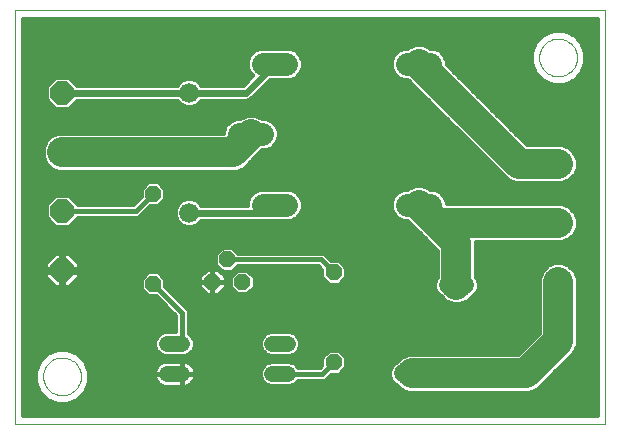
<source format=gtl>
G75*
G70*
%OFA0B0*%
%FSLAX24Y24*%
%IPPOS*%
%LPD*%
%AMOC8*
5,1,8,0,0,1.08239X$1,22.5*
%
%ADD10C,0.0000*%
%ADD11C,0.0780*%
%ADD12C,0.0660*%
%ADD13C,0.0594*%
%ADD14OC8,0.0768*%
%ADD15C,0.0520*%
%ADD16OC8,0.0520*%
%ADD17C,0.1000*%
%ADD18C,0.0240*%
%ADD19C,0.0160*%
D10*
X000180Y000180D02*
X000180Y013960D01*
X019865Y013960D01*
X019865Y000180D01*
X000180Y000180D01*
X001125Y001755D02*
X001127Y001805D01*
X001133Y001855D01*
X001143Y001904D01*
X001157Y001952D01*
X001174Y001999D01*
X001195Y002044D01*
X001220Y002088D01*
X001248Y002129D01*
X001280Y002168D01*
X001314Y002205D01*
X001351Y002239D01*
X001391Y002269D01*
X001433Y002296D01*
X001477Y002320D01*
X001523Y002341D01*
X001570Y002357D01*
X001618Y002370D01*
X001668Y002379D01*
X001717Y002384D01*
X001768Y002385D01*
X001818Y002382D01*
X001867Y002375D01*
X001916Y002364D01*
X001964Y002349D01*
X002010Y002331D01*
X002055Y002309D01*
X002098Y002283D01*
X002139Y002254D01*
X002178Y002222D01*
X002214Y002187D01*
X002246Y002149D01*
X002276Y002109D01*
X002303Y002066D01*
X002326Y002022D01*
X002345Y001976D01*
X002361Y001928D01*
X002373Y001879D01*
X002381Y001830D01*
X002385Y001780D01*
X002385Y001730D01*
X002381Y001680D01*
X002373Y001631D01*
X002361Y001582D01*
X002345Y001534D01*
X002326Y001488D01*
X002303Y001444D01*
X002276Y001401D01*
X002246Y001361D01*
X002214Y001323D01*
X002178Y001288D01*
X002139Y001256D01*
X002098Y001227D01*
X002055Y001201D01*
X002010Y001179D01*
X001964Y001161D01*
X001916Y001146D01*
X001867Y001135D01*
X001818Y001128D01*
X001768Y001125D01*
X001717Y001126D01*
X001668Y001131D01*
X001618Y001140D01*
X001570Y001153D01*
X001523Y001169D01*
X001477Y001190D01*
X001433Y001214D01*
X001391Y001241D01*
X001351Y001271D01*
X001314Y001305D01*
X001280Y001342D01*
X001248Y001381D01*
X001220Y001422D01*
X001195Y001466D01*
X001174Y001511D01*
X001157Y001558D01*
X001143Y001606D01*
X001133Y001655D01*
X001127Y001705D01*
X001125Y001755D01*
X017660Y012385D02*
X017662Y012435D01*
X017668Y012485D01*
X017678Y012534D01*
X017692Y012582D01*
X017709Y012629D01*
X017730Y012674D01*
X017755Y012718D01*
X017783Y012759D01*
X017815Y012798D01*
X017849Y012835D01*
X017886Y012869D01*
X017926Y012899D01*
X017968Y012926D01*
X018012Y012950D01*
X018058Y012971D01*
X018105Y012987D01*
X018153Y013000D01*
X018203Y013009D01*
X018252Y013014D01*
X018303Y013015D01*
X018353Y013012D01*
X018402Y013005D01*
X018451Y012994D01*
X018499Y012979D01*
X018545Y012961D01*
X018590Y012939D01*
X018633Y012913D01*
X018674Y012884D01*
X018713Y012852D01*
X018749Y012817D01*
X018781Y012779D01*
X018811Y012739D01*
X018838Y012696D01*
X018861Y012652D01*
X018880Y012606D01*
X018896Y012558D01*
X018908Y012509D01*
X018916Y012460D01*
X018920Y012410D01*
X018920Y012360D01*
X018916Y012310D01*
X018908Y012261D01*
X018896Y012212D01*
X018880Y012164D01*
X018861Y012118D01*
X018838Y012074D01*
X018811Y012031D01*
X018781Y011991D01*
X018749Y011953D01*
X018713Y011918D01*
X018674Y011886D01*
X018633Y011857D01*
X018590Y011831D01*
X018545Y011809D01*
X018499Y011791D01*
X018451Y011776D01*
X018402Y011765D01*
X018353Y011758D01*
X018303Y011755D01*
X018252Y011756D01*
X018203Y011761D01*
X018153Y011770D01*
X018105Y011783D01*
X018058Y011799D01*
X018012Y011820D01*
X017968Y011844D01*
X017926Y011871D01*
X017886Y011901D01*
X017849Y011935D01*
X017815Y011972D01*
X017783Y012011D01*
X017755Y012052D01*
X017730Y012096D01*
X017709Y012141D01*
X017692Y012188D01*
X017678Y012236D01*
X017668Y012285D01*
X017662Y012335D01*
X017660Y012385D01*
D11*
X014034Y012176D02*
X013254Y012176D01*
X009234Y012176D02*
X008454Y012176D01*
X008434Y009826D02*
X007654Y009826D01*
X008454Y007476D02*
X009234Y007476D01*
X013254Y007476D02*
X014034Y007476D01*
D12*
X005991Y007215D03*
X005991Y011215D03*
D13*
X014608Y004806D02*
X015201Y004806D01*
X013705Y001853D02*
X013111Y001853D01*
D14*
X018290Y002936D03*
X018290Y004904D03*
X018290Y006873D03*
X018290Y008841D03*
X001755Y009235D03*
X001755Y007267D03*
X001755Y005298D03*
X001755Y011204D03*
D15*
X005247Y002845D02*
X005767Y002845D01*
X005767Y001845D02*
X005247Y001845D01*
X008767Y001845D02*
X009287Y001845D01*
X009287Y002845D02*
X008767Y002845D01*
D16*
X010810Y002223D03*
X007767Y004904D03*
X007267Y005654D03*
X006767Y004904D03*
X004786Y004845D03*
X004786Y007845D03*
X010810Y005223D03*
D17*
X013644Y007476D02*
X014247Y006873D01*
X014904Y006215D01*
X014904Y004806D01*
X014247Y006873D02*
X018290Y006873D01*
X018290Y008841D02*
X016978Y008841D01*
X013644Y012176D01*
X008044Y009826D02*
X007454Y009235D01*
X001755Y009235D01*
X013408Y001853D02*
X017208Y001853D01*
X018290Y002936D01*
X018290Y004904D01*
D18*
X008844Y007476D02*
X008584Y007215D01*
X005991Y007215D01*
X005979Y011204D02*
X001755Y011204D01*
X005979Y011204D02*
X005991Y011215D01*
X007884Y011215D01*
X008844Y012176D01*
D19*
X008347Y012716D02*
X008148Y012633D01*
X007996Y012482D01*
X007914Y012283D01*
X007914Y012068D01*
X007996Y011870D01*
X008076Y011790D01*
X007772Y011485D01*
X006399Y011485D01*
X006398Y011487D01*
X006263Y011622D01*
X006087Y011695D01*
X005896Y011695D01*
X005719Y011622D01*
X005584Y011487D01*
X005578Y011474D01*
X002240Y011474D01*
X001976Y011737D01*
X001534Y011737D01*
X001221Y011425D01*
X001221Y010982D01*
X001534Y010670D01*
X001976Y010670D01*
X002240Y010934D01*
X005594Y010934D01*
X005719Y010809D01*
X005896Y010735D01*
X006087Y010735D01*
X006263Y010809D01*
X006398Y010944D01*
X006399Y010945D01*
X007938Y010945D01*
X008037Y010987D01*
X008113Y011062D01*
X008686Y011636D01*
X009342Y011636D01*
X009540Y011718D01*
X009692Y011870D01*
X009774Y012068D01*
X009774Y012283D01*
X009692Y012482D01*
X009540Y012633D01*
X009342Y012716D01*
X008347Y012716D01*
X008313Y012702D02*
X000460Y012702D01*
X000460Y012860D02*
X017502Y012860D01*
X017519Y012900D02*
X017380Y012566D01*
X017380Y012204D01*
X017519Y011869D01*
X017775Y011613D01*
X018109Y011475D01*
X018471Y011475D01*
X018806Y011613D01*
X019062Y011869D01*
X019200Y012204D01*
X019200Y012566D01*
X019062Y012900D01*
X018806Y013156D01*
X018471Y013295D01*
X018109Y013295D01*
X017775Y013156D01*
X017519Y012900D01*
X017637Y013019D02*
X000460Y013019D01*
X000460Y013177D02*
X017825Y013177D01*
X017437Y012702D02*
X014176Y012702D01*
X014142Y012716D02*
X014023Y012716D01*
X014012Y012727D01*
X013773Y012826D01*
X013515Y012826D01*
X013276Y012727D01*
X013265Y012716D01*
X013147Y012716D01*
X012948Y012633D01*
X012796Y012482D01*
X012714Y012283D01*
X012714Y012068D01*
X012796Y011870D01*
X012948Y011718D01*
X013147Y011636D01*
X013265Y011636D01*
X016610Y008290D01*
X016849Y008191D01*
X017108Y008191D01*
X018420Y008191D01*
X018658Y008290D01*
X018841Y008473D01*
X018940Y008712D01*
X018940Y008971D01*
X018841Y009210D01*
X018658Y009392D01*
X018420Y009491D01*
X017248Y009491D01*
X014574Y012165D01*
X014574Y012283D01*
X014492Y012482D01*
X014340Y012633D01*
X014142Y012716D01*
X014430Y012543D02*
X017380Y012543D01*
X017380Y012385D02*
X014532Y012385D01*
X014574Y012226D02*
X017380Y012226D01*
X017437Y012068D02*
X014672Y012068D01*
X014830Y011909D02*
X017502Y011909D01*
X017638Y011751D02*
X014989Y011751D01*
X015147Y011592D02*
X017826Y011592D01*
X018754Y011592D02*
X019585Y011592D01*
X019585Y011434D02*
X015306Y011434D01*
X015464Y011275D02*
X019585Y011275D01*
X019585Y011117D02*
X015623Y011117D01*
X015781Y010958D02*
X019585Y010958D01*
X019585Y010800D02*
X015940Y010800D01*
X016098Y010641D02*
X019585Y010641D01*
X019585Y010483D02*
X016257Y010483D01*
X016415Y010324D02*
X019585Y010324D01*
X019585Y010166D02*
X016574Y010166D01*
X016732Y010007D02*
X019585Y010007D01*
X019585Y009849D02*
X016891Y009849D01*
X017049Y009690D02*
X019585Y009690D01*
X019585Y009532D02*
X017208Y009532D01*
X016162Y008739D02*
X007877Y008739D01*
X007822Y008684D02*
X008423Y009286D01*
X008542Y009286D01*
X008740Y009368D01*
X008892Y009520D01*
X008974Y009718D01*
X008974Y009933D01*
X008892Y010132D01*
X008740Y010283D01*
X008542Y010366D01*
X008423Y010366D01*
X008412Y010377D01*
X008173Y010476D01*
X007915Y010476D01*
X007676Y010377D01*
X007665Y010366D01*
X007547Y010366D01*
X007348Y010283D01*
X007196Y010132D01*
X007114Y009933D01*
X007114Y009885D01*
X001626Y009885D01*
X001387Y009786D01*
X001204Y009603D01*
X001105Y009364D01*
X001105Y009106D01*
X001204Y008867D01*
X001387Y008684D01*
X001626Y008585D01*
X007583Y008585D01*
X007822Y008684D01*
X008035Y008898D02*
X016003Y008898D01*
X015845Y009056D02*
X008194Y009056D01*
X008352Y009215D02*
X015686Y009215D01*
X015528Y009373D02*
X008745Y009373D01*
X008897Y009532D02*
X015369Y009532D01*
X015211Y009690D02*
X008962Y009690D01*
X008974Y009849D02*
X015052Y009849D01*
X014894Y010007D02*
X008944Y010007D01*
X008858Y010166D02*
X014735Y010166D01*
X014577Y010324D02*
X008642Y010324D01*
X007968Y010958D02*
X013943Y010958D01*
X014101Y010800D02*
X006241Y010800D01*
X005741Y010800D02*
X002106Y010800D01*
X001404Y010800D02*
X000460Y010800D01*
X000460Y010958D02*
X001245Y010958D01*
X001221Y011117D02*
X000460Y011117D01*
X000460Y011275D02*
X001221Y011275D01*
X001230Y011434D02*
X000460Y011434D01*
X000460Y011592D02*
X001388Y011592D01*
X002121Y011592D02*
X005689Y011592D01*
X006293Y011592D02*
X007879Y011592D01*
X008037Y011751D02*
X000460Y011751D01*
X000460Y011909D02*
X007980Y011909D01*
X007914Y012068D02*
X000460Y012068D01*
X000460Y012226D02*
X007914Y012226D01*
X007956Y012385D02*
X000460Y012385D01*
X000460Y012543D02*
X008058Y012543D01*
X009376Y012702D02*
X013113Y012702D01*
X012858Y012543D02*
X009630Y012543D01*
X009732Y012385D02*
X012756Y012385D01*
X012714Y012226D02*
X009774Y012226D01*
X009774Y012068D02*
X012714Y012068D01*
X012780Y011909D02*
X009708Y011909D01*
X009573Y011751D02*
X012916Y011751D01*
X013309Y011592D02*
X008642Y011592D01*
X008484Y011434D02*
X013467Y011434D01*
X013626Y011275D02*
X008325Y011275D01*
X008167Y011117D02*
X013784Y011117D01*
X014260Y010641D02*
X000460Y010641D01*
X000460Y010483D02*
X014418Y010483D01*
X016320Y008581D02*
X000460Y008581D01*
X000460Y008739D02*
X001332Y008739D01*
X001191Y008898D02*
X000460Y008898D01*
X000460Y009056D02*
X001125Y009056D01*
X001105Y009215D02*
X000460Y009215D01*
X000460Y009373D02*
X001108Y009373D01*
X001174Y009532D02*
X000460Y009532D01*
X000460Y009690D02*
X001290Y009690D01*
X001537Y009849D02*
X000460Y009849D01*
X000460Y010007D02*
X007145Y010007D01*
X007230Y010166D02*
X000460Y010166D01*
X000460Y010324D02*
X007446Y010324D01*
X005196Y008015D02*
X004956Y008255D01*
X004616Y008255D01*
X004376Y008015D01*
X004376Y007761D01*
X004112Y007497D01*
X002280Y007497D01*
X001976Y007800D01*
X001534Y007800D01*
X001221Y007488D01*
X001221Y007045D01*
X001534Y006733D01*
X001976Y006733D01*
X002280Y007037D01*
X004303Y007037D01*
X004702Y007435D01*
X004956Y007435D01*
X005196Y007676D01*
X005196Y008015D01*
X005196Y007947D02*
X008180Y007947D01*
X008148Y007933D02*
X007996Y007782D01*
X007914Y007583D01*
X007914Y007485D01*
X006399Y007485D01*
X006398Y007487D01*
X006263Y007622D01*
X006087Y007695D01*
X005896Y007695D01*
X005719Y007622D01*
X005584Y007487D01*
X005511Y007311D01*
X005511Y007120D01*
X005584Y006944D01*
X005719Y006809D01*
X005896Y006735D01*
X006087Y006735D01*
X006263Y006809D01*
X006398Y006944D01*
X006399Y006945D01*
X008323Y006945D01*
X008347Y006936D01*
X009342Y006936D01*
X009540Y007018D01*
X009692Y007170D01*
X009774Y007368D01*
X009774Y007583D01*
X009692Y007782D01*
X009540Y007933D01*
X009342Y008016D01*
X008347Y008016D01*
X008148Y007933D01*
X008003Y007788D02*
X005196Y007788D01*
X005150Y007630D02*
X005736Y007630D01*
X005577Y007471D02*
X004992Y007471D01*
X004579Y007313D02*
X005512Y007313D01*
X005511Y007154D02*
X004420Y007154D01*
X004208Y007267D02*
X004786Y007845D01*
X004466Y008105D02*
X000460Y008105D01*
X000460Y007947D02*
X004376Y007947D01*
X004376Y007788D02*
X001988Y007788D01*
X002147Y007630D02*
X004245Y007630D01*
X004208Y007267D02*
X001755Y007267D01*
X001363Y007630D02*
X000460Y007630D01*
X000460Y007471D02*
X001221Y007471D01*
X001221Y007313D02*
X000460Y007313D01*
X000460Y007154D02*
X001221Y007154D01*
X001271Y006996D02*
X000460Y006996D01*
X000460Y006837D02*
X001429Y006837D01*
X002080Y006837D02*
X005691Y006837D01*
X005563Y006996D02*
X002239Y006996D01*
X001521Y007788D02*
X000460Y007788D01*
X000460Y008264D02*
X016675Y008264D01*
X016479Y008422D02*
X000460Y008422D01*
X000460Y006679D02*
X013522Y006679D01*
X013364Y006837D02*
X006291Y006837D01*
X006246Y007630D02*
X007933Y007630D01*
X009509Y007947D02*
X012980Y007947D01*
X012948Y007933D02*
X012796Y007782D01*
X012714Y007583D01*
X012714Y007368D01*
X012796Y007170D01*
X012948Y007018D01*
X013147Y006936D01*
X013265Y006936D01*
X013696Y006505D01*
X014254Y005946D01*
X014254Y005085D01*
X014229Y005059D01*
X014161Y004895D01*
X014161Y004717D01*
X014229Y004553D01*
X014354Y004427D01*
X014371Y004420D01*
X014536Y004255D01*
X014775Y004156D01*
X015034Y004156D01*
X015273Y004255D01*
X015438Y004420D01*
X015454Y004427D01*
X015580Y004553D01*
X015648Y004717D01*
X015648Y004895D01*
X015580Y005059D01*
X015554Y005085D01*
X015554Y006223D01*
X018420Y006223D01*
X018658Y006322D01*
X018841Y006505D01*
X018940Y006744D01*
X018940Y007002D01*
X018841Y007241D01*
X018658Y007424D01*
X018420Y007523D01*
X014574Y007523D01*
X014574Y007583D01*
X014492Y007782D01*
X014340Y007933D01*
X014142Y008016D01*
X014023Y008016D01*
X014012Y008027D01*
X013773Y008126D01*
X013515Y008126D01*
X013276Y008027D01*
X013265Y008016D01*
X013147Y008016D01*
X012948Y007933D01*
X012803Y007788D02*
X009686Y007788D01*
X009755Y007630D02*
X012733Y007630D01*
X012714Y007471D02*
X009774Y007471D01*
X009751Y007313D02*
X012737Y007313D01*
X012812Y007154D02*
X009676Y007154D01*
X009486Y006996D02*
X013002Y006996D01*
X013681Y006520D02*
X000460Y006520D01*
X000460Y006362D02*
X013839Y006362D01*
X013998Y006203D02*
X000460Y006203D01*
X000460Y006045D02*
X007077Y006045D01*
X007097Y006064D02*
X006857Y005824D01*
X006857Y005485D01*
X007097Y005244D01*
X007436Y005244D01*
X007616Y005424D01*
X010284Y005424D01*
X010400Y005308D01*
X010400Y005053D01*
X010640Y004813D01*
X010980Y004813D01*
X011220Y005053D01*
X011220Y005393D01*
X010980Y005633D01*
X010725Y005633D01*
X010609Y005750D01*
X010474Y005884D01*
X007616Y005884D01*
X007436Y006064D01*
X007097Y006064D01*
X006918Y005886D02*
X000460Y005886D01*
X000460Y005728D02*
X001387Y005728D01*
X001521Y005862D02*
X001191Y005532D01*
X001191Y005346D01*
X001707Y005346D01*
X001707Y005862D01*
X001521Y005862D01*
X001707Y005728D02*
X001803Y005728D01*
X001803Y005862D02*
X001803Y005346D01*
X002319Y005346D01*
X002319Y005532D01*
X001988Y005862D01*
X001803Y005862D01*
X001803Y005569D02*
X001707Y005569D01*
X001707Y005411D02*
X001803Y005411D01*
X001803Y005346D02*
X001707Y005346D01*
X001707Y005250D01*
X001803Y005250D01*
X001803Y005346D01*
X001803Y005252D02*
X004613Y005252D01*
X004616Y005255D02*
X004376Y005015D01*
X004376Y004676D01*
X004616Y004435D01*
X004871Y004435D01*
X005537Y003770D01*
X005537Y003255D01*
X005165Y003255D01*
X005014Y003193D01*
X004899Y003078D01*
X004837Y002927D01*
X004837Y002764D01*
X004899Y002613D01*
X005014Y002498D01*
X005165Y002435D01*
X005848Y002435D01*
X005999Y002498D01*
X006114Y002613D01*
X006177Y002764D01*
X006177Y002927D01*
X006114Y003078D01*
X005999Y003193D01*
X005997Y003194D01*
X005997Y003960D01*
X005862Y004095D01*
X005196Y004761D01*
X005196Y005015D01*
X004956Y005255D01*
X004616Y005255D01*
X004455Y005094D02*
X002319Y005094D01*
X002319Y005065D02*
X002319Y005250D01*
X001803Y005250D01*
X001803Y004734D01*
X001988Y004734D01*
X002319Y005065D01*
X002189Y004935D02*
X004376Y004935D01*
X004376Y004777D02*
X002031Y004777D01*
X001803Y004777D02*
X001707Y004777D01*
X001707Y004734D02*
X001707Y005250D01*
X001191Y005250D01*
X001191Y005065D01*
X001521Y004734D01*
X001707Y004734D01*
X001707Y004935D02*
X001803Y004935D01*
X001479Y004777D02*
X000460Y004777D01*
X000460Y004935D02*
X001320Y004935D01*
X001191Y005094D02*
X000460Y005094D01*
X000460Y005252D02*
X001707Y005252D01*
X001707Y005094D02*
X001803Y005094D01*
X002319Y005411D02*
X006931Y005411D01*
X006949Y005344D02*
X006767Y005344D01*
X006767Y004904D01*
X006767Y004904D01*
X007207Y004904D01*
X007207Y004722D01*
X006949Y004464D01*
X006767Y004464D01*
X006767Y004904D01*
X006767Y004904D01*
X007207Y004904D01*
X007207Y005087D01*
X006949Y005344D01*
X007041Y005252D02*
X007089Y005252D01*
X007200Y005094D02*
X007376Y005094D01*
X007357Y005074D02*
X007357Y004735D01*
X007597Y004494D01*
X007936Y004494D01*
X008177Y004735D01*
X008177Y005074D01*
X007936Y005314D01*
X007597Y005314D01*
X007357Y005074D01*
X007357Y004935D02*
X007207Y004935D01*
X007207Y004777D02*
X007357Y004777D01*
X007473Y004618D02*
X007102Y004618D01*
X006767Y004618D02*
X006767Y004618D01*
X006767Y004464D02*
X006584Y004464D01*
X006327Y004722D01*
X006327Y004904D01*
X006767Y004904D01*
X006767Y004464D01*
X006431Y004618D02*
X005339Y004618D01*
X005196Y004777D02*
X006327Y004777D01*
X006327Y004904D02*
X006767Y004904D01*
X006767Y004904D01*
X006767Y004904D01*
X006767Y005344D01*
X006584Y005344D01*
X006327Y005087D01*
X006327Y004904D01*
X006327Y004935D02*
X005196Y004935D01*
X005118Y005094D02*
X006333Y005094D01*
X006492Y005252D02*
X004959Y005252D01*
X004786Y004845D02*
X005767Y003865D01*
X005767Y002845D01*
X006059Y002558D02*
X008475Y002558D01*
X008419Y002613D02*
X008534Y002498D01*
X008685Y002435D01*
X009368Y002435D01*
X009519Y002498D01*
X009634Y002613D01*
X009697Y002764D01*
X009697Y002927D01*
X009634Y003078D01*
X009519Y003193D01*
X009368Y003255D01*
X008685Y003255D01*
X008534Y003193D01*
X008419Y003078D01*
X008357Y002927D01*
X008357Y002764D01*
X008419Y002613D01*
X008376Y002716D02*
X006157Y002716D01*
X006177Y002875D02*
X008357Y002875D01*
X008401Y003033D02*
X006133Y003033D01*
X006000Y003192D02*
X008533Y003192D01*
X009520Y003192D02*
X017627Y003192D01*
X017640Y003205D02*
X016938Y002503D01*
X013279Y002503D01*
X013040Y002404D01*
X012875Y002239D01*
X012858Y002232D01*
X012733Y002106D01*
X012665Y001942D01*
X012665Y001764D01*
X012733Y001600D01*
X012858Y001474D01*
X012875Y001468D01*
X013040Y001302D01*
X013279Y001203D01*
X017337Y001203D01*
X017576Y001302D01*
X018658Y002385D01*
X018841Y002568D01*
X018940Y002807D01*
X018940Y005034D01*
X018841Y005273D01*
X018658Y005455D01*
X018420Y005554D01*
X018161Y005554D01*
X017922Y005455D01*
X017739Y005273D01*
X017640Y005034D01*
X017640Y003205D01*
X017640Y003350D02*
X005997Y003350D01*
X005997Y003509D02*
X017640Y003509D01*
X017640Y003667D02*
X005997Y003667D01*
X005997Y003826D02*
X017640Y003826D01*
X017640Y003984D02*
X005973Y003984D01*
X005814Y004143D02*
X017640Y004143D01*
X017640Y004301D02*
X015319Y004301D01*
X015487Y004460D02*
X017640Y004460D01*
X017640Y004618D02*
X015607Y004618D01*
X015648Y004777D02*
X017640Y004777D01*
X017640Y004935D02*
X015631Y004935D01*
X015554Y005094D02*
X017665Y005094D01*
X017731Y005252D02*
X015554Y005252D01*
X015554Y005411D02*
X017877Y005411D01*
X018703Y005411D02*
X019585Y005411D01*
X019585Y005569D02*
X015554Y005569D01*
X015554Y005728D02*
X019585Y005728D01*
X019585Y005886D02*
X015554Y005886D01*
X015554Y006045D02*
X019585Y006045D01*
X019585Y006203D02*
X015554Y006203D01*
X014254Y005886D02*
X007615Y005886D01*
X007456Y006045D02*
X014156Y006045D01*
X014254Y005728D02*
X010631Y005728D01*
X010379Y005654D02*
X007267Y005654D01*
X007603Y005411D02*
X010297Y005411D01*
X010400Y005252D02*
X007999Y005252D01*
X008157Y005094D02*
X010400Y005094D01*
X010518Y004935D02*
X008177Y004935D01*
X008177Y004777D02*
X014161Y004777D01*
X014177Y004935D02*
X011101Y004935D01*
X011220Y005094D02*
X014254Y005094D01*
X014254Y005252D02*
X011220Y005252D01*
X011203Y005411D02*
X014254Y005411D01*
X014254Y005569D02*
X011044Y005569D01*
X010810Y005223D02*
X010379Y005654D01*
X008060Y004618D02*
X014202Y004618D01*
X014322Y004460D02*
X005497Y004460D01*
X005656Y004301D02*
X014490Y004301D01*
X016993Y002558D02*
X011056Y002558D01*
X010980Y002633D02*
X010640Y002633D01*
X010400Y002393D01*
X010400Y002139D01*
X010337Y002075D01*
X009635Y002075D01*
X009634Y002078D01*
X009519Y002193D01*
X009368Y002255D01*
X008685Y002255D01*
X008534Y002193D01*
X008419Y002078D01*
X008357Y001927D01*
X008357Y001764D01*
X008419Y001613D01*
X008534Y001498D01*
X008685Y001435D01*
X009368Y001435D01*
X009519Y001498D01*
X009634Y001613D01*
X009635Y001615D01*
X010527Y001615D01*
X010725Y001813D01*
X010980Y001813D01*
X011220Y002053D01*
X011220Y002393D01*
X010980Y002633D01*
X011214Y002399D02*
X013035Y002399D01*
X012876Y002241D02*
X011220Y002241D01*
X011220Y002082D02*
X012723Y002082D01*
X012665Y001924D02*
X011090Y001924D01*
X010810Y002223D02*
X010432Y001845D01*
X008767Y001845D01*
X008423Y002082D02*
X006139Y002082D01*
X006143Y002076D02*
X006102Y002132D01*
X006053Y002181D01*
X005997Y002222D01*
X005936Y002253D01*
X005870Y002275D01*
X005801Y002285D01*
X005767Y002285D01*
X005767Y001845D01*
X005767Y001845D01*
X006207Y001845D01*
X006207Y001811D01*
X006196Y001742D01*
X006174Y001676D01*
X006143Y001615D01*
X006102Y001559D01*
X006053Y001510D01*
X005997Y001469D01*
X005936Y001438D01*
X005870Y001416D01*
X005801Y001405D01*
X005767Y001405D01*
X005767Y001845D01*
X005767Y001845D01*
X006207Y001845D01*
X006207Y001880D01*
X006196Y001948D01*
X006174Y002014D01*
X006143Y002076D01*
X006200Y001924D02*
X008357Y001924D01*
X008357Y001765D02*
X006199Y001765D01*
X006137Y001607D02*
X008426Y001607D01*
X008655Y001448D02*
X005956Y001448D01*
X005767Y001448D02*
X005767Y001448D01*
X005767Y001405D02*
X005767Y001845D01*
X005767Y001845D01*
X004807Y001845D01*
X004807Y001811D01*
X004817Y001742D01*
X004839Y001676D01*
X004870Y001615D01*
X004911Y001559D01*
X004960Y001510D01*
X005016Y001469D01*
X005078Y001438D01*
X005144Y001416D01*
X005212Y001405D01*
X005767Y001405D01*
X005767Y001607D02*
X005767Y001607D01*
X005767Y001765D02*
X005767Y001765D01*
X005767Y001845D02*
X005767Y001845D01*
X004807Y001845D01*
X004807Y001880D01*
X004817Y001948D01*
X004839Y002014D01*
X004870Y002076D01*
X004911Y002132D01*
X004960Y002181D01*
X005016Y002222D01*
X005078Y002253D01*
X005144Y002275D01*
X005212Y002285D01*
X005767Y002285D01*
X005767Y001845D01*
X005767Y001924D02*
X005767Y001924D01*
X005767Y002082D02*
X005767Y002082D01*
X005767Y002241D02*
X005767Y002241D01*
X005960Y002241D02*
X008649Y002241D01*
X009404Y002241D02*
X010400Y002241D01*
X010406Y002399D02*
X002397Y002399D01*
X002270Y002526D02*
X001936Y002665D01*
X001574Y002665D01*
X001239Y002526D01*
X000983Y002270D01*
X000845Y001936D01*
X000845Y001574D01*
X000983Y001239D01*
X001239Y000983D01*
X001574Y000845D01*
X001936Y000845D01*
X002270Y000983D01*
X002526Y001239D01*
X002665Y001574D01*
X002665Y001936D01*
X002526Y002270D01*
X002270Y002526D01*
X002195Y002558D02*
X004955Y002558D01*
X004856Y002716D02*
X000460Y002716D01*
X000460Y002558D02*
X001315Y002558D01*
X001112Y002399D02*
X000460Y002399D01*
X000460Y002241D02*
X000971Y002241D01*
X000905Y002082D02*
X000460Y002082D01*
X000460Y001924D02*
X000845Y001924D01*
X000845Y001765D02*
X000460Y001765D01*
X000460Y001607D02*
X000845Y001607D01*
X000897Y001448D02*
X000460Y001448D01*
X000460Y001290D02*
X000963Y001290D01*
X001092Y001131D02*
X000460Y001131D01*
X000460Y000973D02*
X001266Y000973D01*
X000460Y000814D02*
X019585Y000814D01*
X019585Y000656D02*
X000460Y000656D01*
X000460Y000497D02*
X019585Y000497D01*
X019585Y000460D02*
X000460Y000460D01*
X000460Y013680D01*
X019585Y013680D01*
X019585Y000460D01*
X019585Y000973D02*
X002244Y000973D01*
X002418Y001131D02*
X019585Y001131D01*
X019585Y001290D02*
X017545Y001290D01*
X017722Y001448D02*
X019585Y001448D01*
X019585Y001607D02*
X017880Y001607D01*
X018039Y001765D02*
X019585Y001765D01*
X019585Y001924D02*
X018197Y001924D01*
X018356Y002082D02*
X019585Y002082D01*
X019585Y002241D02*
X018514Y002241D01*
X018673Y002399D02*
X019585Y002399D01*
X019585Y002558D02*
X018831Y002558D01*
X018903Y002716D02*
X019585Y002716D01*
X019585Y002875D02*
X018940Y002875D01*
X018940Y003033D02*
X019585Y003033D01*
X019585Y003192D02*
X018940Y003192D01*
X018940Y003350D02*
X019585Y003350D01*
X019585Y003509D02*
X018940Y003509D01*
X018940Y003667D02*
X019585Y003667D01*
X019585Y003826D02*
X018940Y003826D01*
X018940Y003984D02*
X019585Y003984D01*
X019585Y004143D02*
X018940Y004143D01*
X018940Y004301D02*
X019585Y004301D01*
X019585Y004460D02*
X018940Y004460D01*
X018940Y004618D02*
X019585Y004618D01*
X019585Y004777D02*
X018940Y004777D01*
X018940Y004935D02*
X019585Y004935D01*
X019585Y005094D02*
X018915Y005094D01*
X018850Y005252D02*
X019585Y005252D01*
X019585Y006362D02*
X018698Y006362D01*
X018848Y006520D02*
X019585Y006520D01*
X019585Y006679D02*
X018913Y006679D01*
X018940Y006837D02*
X019585Y006837D01*
X019585Y006996D02*
X018940Y006996D01*
X018877Y007154D02*
X019585Y007154D01*
X019585Y007313D02*
X018770Y007313D01*
X018545Y007471D02*
X019585Y007471D01*
X019585Y007630D02*
X014555Y007630D01*
X014486Y007788D02*
X019585Y007788D01*
X019585Y007947D02*
X014309Y007947D01*
X013823Y008105D02*
X019585Y008105D01*
X019585Y008264D02*
X018594Y008264D01*
X018790Y008422D02*
X019585Y008422D01*
X019585Y008581D02*
X018886Y008581D01*
X018940Y008739D02*
X019585Y008739D01*
X019585Y008898D02*
X018940Y008898D01*
X018905Y009056D02*
X019585Y009056D01*
X019585Y009215D02*
X018836Y009215D01*
X018678Y009373D02*
X019585Y009373D01*
X019585Y011751D02*
X018943Y011751D01*
X019078Y011909D02*
X019585Y011909D01*
X019585Y012068D02*
X019144Y012068D01*
X019200Y012226D02*
X019585Y012226D01*
X019585Y012385D02*
X019200Y012385D01*
X019200Y012543D02*
X019585Y012543D01*
X019585Y012702D02*
X019144Y012702D01*
X019078Y012860D02*
X019585Y012860D01*
X019585Y013019D02*
X018943Y013019D01*
X018755Y013177D02*
X019585Y013177D01*
X019585Y013336D02*
X000460Y013336D01*
X000460Y013494D02*
X019585Y013494D01*
X019585Y013653D02*
X000460Y013653D01*
X005106Y008105D02*
X013465Y008105D01*
X007534Y005252D02*
X007444Y005252D01*
X006857Y005569D02*
X002281Y005569D01*
X002123Y005728D02*
X006857Y005728D01*
X006767Y005252D02*
X006767Y005252D01*
X006767Y005094D02*
X006767Y005094D01*
X006767Y004935D02*
X006767Y004935D01*
X006767Y004777D02*
X006767Y004777D01*
X005481Y003826D02*
X000460Y003826D01*
X000460Y003984D02*
X005322Y003984D01*
X005164Y004143D02*
X000460Y004143D01*
X000460Y004301D02*
X005005Y004301D01*
X004592Y004460D02*
X000460Y004460D01*
X000460Y004618D02*
X004434Y004618D01*
X005537Y003667D02*
X000460Y003667D01*
X000460Y003509D02*
X005537Y003509D01*
X005537Y003350D02*
X000460Y003350D01*
X000460Y003192D02*
X005013Y003192D01*
X004881Y003033D02*
X000460Y003033D01*
X000460Y002875D02*
X004837Y002875D01*
X005053Y002241D02*
X002539Y002241D01*
X002604Y002082D02*
X004875Y002082D01*
X004814Y001924D02*
X002665Y001924D01*
X002665Y001765D02*
X004814Y001765D01*
X004876Y001607D02*
X002665Y001607D01*
X002613Y001448D02*
X005057Y001448D01*
X002547Y001290D02*
X013071Y001290D01*
X012894Y001448D02*
X009399Y001448D01*
X009628Y001607D02*
X012730Y001607D01*
X012665Y001765D02*
X010677Y001765D01*
X010343Y002082D02*
X009630Y002082D01*
X009579Y002558D02*
X010564Y002558D01*
X009677Y002716D02*
X017151Y002716D01*
X017310Y002875D02*
X009697Y002875D01*
X009653Y003033D02*
X017468Y003033D01*
X001228Y005569D02*
X000460Y005569D01*
X000460Y005411D02*
X001191Y005411D01*
M02*

</source>
